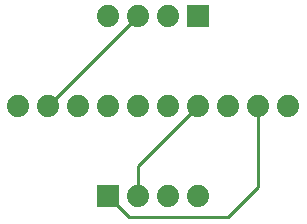
<source format=gbl>
G04 EAGLE Gerber X2 export*
G75*
%MOMM*%
%FSLAX34Y34*%
%LPD*%
%AMOC8*
5,1,8,0,0,1.08239X$1,22.5*%
G01*
%ADD10R,1.879600X1.879600*%
%ADD11C,1.879600*%
%ADD12C,0.254000*%


D10*
X114300Y25400D03*
D11*
X139700Y25400D03*
X165100Y25400D03*
X190500Y25400D03*
D10*
X190500Y177800D03*
D11*
X165100Y177800D03*
X139700Y177800D03*
X114300Y177800D03*
X38100Y101600D03*
X63500Y101600D03*
X88900Y101600D03*
X114300Y101600D03*
X139700Y101600D03*
X165100Y101600D03*
X190500Y101600D03*
X215900Y101600D03*
X241300Y101600D03*
X266700Y101600D03*
D12*
X241300Y101600D02*
X241300Y33528D01*
X215392Y7620D01*
X132080Y7620D01*
X114300Y25400D01*
X139700Y25400D02*
X139700Y50800D01*
X190500Y101600D01*
X139700Y177800D02*
X63500Y101600D01*
M02*

</source>
